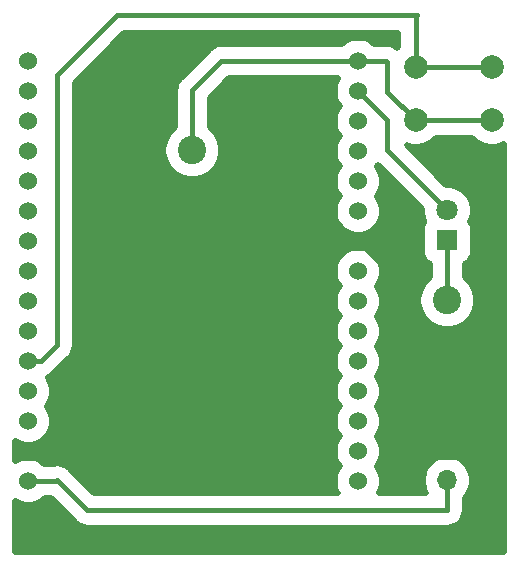
<source format=gbr>
G04 #@! TF.GenerationSoftware,KiCad,Pcbnew,5.1.5-52549c5~86~ubuntu18.04.1*
G04 #@! TF.CreationDate,2020-04-21T17:43:41+02:00*
G04 #@! TF.ProjectId,NODEMCU_PLACA_EMISOR_V01B,4e4f4445-4d43-4555-9f50-4c4143415f45,V1.0*
G04 #@! TF.SameCoordinates,Original*
G04 #@! TF.FileFunction,Copper,L2,Bot*
G04 #@! TF.FilePolarity,Positive*
%FSLAX46Y46*%
G04 Gerber Fmt 4.6, Leading zero omitted, Abs format (unit mm)*
G04 Created by KiCad (PCBNEW 5.1.5-52549c5~86~ubuntu18.04.1) date 2020-04-21 17:43:41*
%MOMM*%
%LPD*%
G04 APERTURE LIST*
%ADD10C,1.524000*%
%ADD11R,1.800000X1.800000*%
%ADD12C,1.800000*%
%ADD13R,1.700000X1.700000*%
%ADD14O,1.700000X1.700000*%
%ADD15C,2.400000*%
%ADD16O,2.400000X2.400000*%
%ADD17C,2.000000*%
%ADD18C,0.400000*%
%ADD19C,0.500000*%
G04 APERTURE END LIST*
D10*
X108025001Y-64845001D03*
X108025001Y-67385001D03*
X108025001Y-69925001D03*
X108025001Y-72465001D03*
X108025001Y-75005001D03*
X108025001Y-77545001D03*
X108025001Y-80085001D03*
X108025001Y-82625001D03*
X108025001Y-85165001D03*
X108025001Y-87705001D03*
X108025001Y-90245001D03*
X108025001Y-92785001D03*
X108025001Y-95325001D03*
X108025001Y-97865001D03*
X108025001Y-100405001D03*
X135965001Y-100405001D03*
X135965001Y-97865001D03*
X135965001Y-95325001D03*
X135965001Y-92785001D03*
X135965001Y-90245001D03*
X135965001Y-87705001D03*
X135965001Y-85165001D03*
X135965001Y-82625001D03*
X135965001Y-80085001D03*
X135965001Y-77545001D03*
X135965001Y-75005001D03*
X135965001Y-72465001D03*
X135965001Y-69925001D03*
X135965001Y-67385001D03*
X135965001Y-64845001D03*
D11*
X143510000Y-80010000D03*
D12*
X143510000Y-77470000D03*
D13*
X143510000Y-97790000D03*
D14*
X143510000Y-100330000D03*
D15*
X143510000Y-85090000D03*
D16*
X143510000Y-92710000D03*
X121920000Y-80010000D03*
D15*
X121920000Y-72390000D03*
D17*
X147320000Y-65350000D03*
X147320000Y-69850000D03*
X140820000Y-65350000D03*
X140820000Y-69850000D03*
D18*
X143510000Y-80010000D02*
X143510000Y-85090000D01*
X135965001Y-67385001D02*
X138430000Y-69850000D01*
X138430000Y-69850000D02*
X138430000Y-72390000D01*
X138430000Y-72390000D02*
X143510000Y-77470000D01*
X135965001Y-64845001D02*
X138354999Y-64845001D01*
X138354999Y-64845001D02*
X138430000Y-64920002D01*
X138430000Y-67460000D02*
X140820000Y-69850000D01*
X138430000Y-64920002D02*
X138430000Y-67460000D01*
X147320000Y-69850000D02*
X140820000Y-69850000D01*
X135965001Y-64845001D02*
X124384999Y-64845001D01*
X121920000Y-67310000D02*
X121920000Y-72390000D01*
X124384999Y-64845001D02*
X121920000Y-67310000D01*
X142234213Y-65350000D02*
X147320000Y-65350000D01*
X140820000Y-65350000D02*
X142234213Y-65350000D01*
X140820000Y-61110000D02*
X140820000Y-65350000D01*
X109144999Y-90245001D02*
X110490000Y-88900000D01*
X115570000Y-60960000D02*
X140970000Y-60960000D01*
X140970000Y-60960000D02*
X140820000Y-61110000D01*
X110490000Y-88900000D02*
X110490000Y-66040000D01*
X108025001Y-90245001D02*
X109144999Y-90245001D01*
X110490000Y-66040000D02*
X115570000Y-60960000D01*
X108025001Y-97865001D02*
X114224999Y-97865001D01*
X121920000Y-90170000D02*
X121920000Y-80010000D01*
X114224999Y-97865001D02*
X121920000Y-90170000D01*
X135890000Y-80010000D02*
X135965001Y-80085001D01*
X121920000Y-80010000D02*
X135890000Y-80010000D01*
X135965001Y-80085001D02*
X139700000Y-83820000D01*
X139700000Y-83820000D02*
X139700000Y-91440000D01*
X140970000Y-92710000D02*
X143510000Y-92710000D01*
X139700000Y-91440000D02*
X140970000Y-92710000D01*
X143510000Y-97790000D02*
X143510000Y-92710000D01*
X143510000Y-100330000D02*
X143510000Y-102870000D01*
X143510000Y-102870000D02*
X113030000Y-102870000D01*
X113030000Y-102870000D02*
X110490000Y-100330000D01*
X110414999Y-100405001D02*
X108025001Y-100405001D01*
X110490000Y-100330000D02*
X110414999Y-100405001D01*
D19*
G36*
X139370001Y-63618018D02*
G01*
X139268834Y-63719185D01*
X139164473Y-63633537D01*
X138912575Y-63498895D01*
X138639249Y-63415982D01*
X138426224Y-63395001D01*
X138426214Y-63395001D01*
X138354999Y-63387987D01*
X138283784Y-63395001D01*
X137360398Y-63395001D01*
X137247576Y-63282179D01*
X136918040Y-63061990D01*
X136551880Y-62910321D01*
X136163166Y-62833001D01*
X135766836Y-62833001D01*
X135378122Y-62910321D01*
X135011962Y-63061990D01*
X134682426Y-63282179D01*
X134569604Y-63395001D01*
X124456213Y-63395001D01*
X124384998Y-63387987D01*
X124313783Y-63395001D01*
X124313774Y-63395001D01*
X124100749Y-63415982D01*
X123827423Y-63498895D01*
X123708565Y-63562426D01*
X123575525Y-63633537D01*
X123410057Y-63769333D01*
X123410054Y-63769336D01*
X123354734Y-63814736D01*
X123309333Y-63870057D01*
X120945057Y-66234334D01*
X120889735Y-66279736D01*
X120844335Y-66335056D01*
X120844332Y-66335059D01*
X120764806Y-66431962D01*
X120708536Y-66500527D01*
X120573894Y-66752425D01*
X120490981Y-67025751D01*
X120470000Y-67238776D01*
X120470000Y-67238785D01*
X120462986Y-67310000D01*
X120470000Y-67381215D01*
X120470001Y-70412268D01*
X120358216Y-70486960D01*
X120016960Y-70828216D01*
X119748838Y-71229490D01*
X119564152Y-71675361D01*
X119470000Y-72148696D01*
X119470000Y-72631304D01*
X119564152Y-73104639D01*
X119748838Y-73550510D01*
X120016960Y-73951784D01*
X120358216Y-74293040D01*
X120759490Y-74561162D01*
X121205361Y-74745848D01*
X121678696Y-74840000D01*
X122161304Y-74840000D01*
X122634639Y-74745848D01*
X123080510Y-74561162D01*
X123481784Y-74293040D01*
X123823040Y-73951784D01*
X124091162Y-73550510D01*
X124275848Y-73104639D01*
X124370000Y-72631304D01*
X124370000Y-72148696D01*
X124275848Y-71675361D01*
X124091162Y-71229490D01*
X123823040Y-70828216D01*
X123481784Y-70486960D01*
X123370000Y-70412269D01*
X123370000Y-67910609D01*
X124985609Y-66295001D01*
X134273504Y-66295001D01*
X134181990Y-66431962D01*
X134030321Y-66798122D01*
X133953001Y-67186836D01*
X133953001Y-67583166D01*
X134030321Y-67971880D01*
X134181990Y-68338040D01*
X134393777Y-68655001D01*
X134181990Y-68971962D01*
X134030321Y-69338122D01*
X133953001Y-69726836D01*
X133953001Y-70123166D01*
X134030321Y-70511880D01*
X134181990Y-70878040D01*
X134393777Y-71195001D01*
X134181990Y-71511962D01*
X134030321Y-71878122D01*
X133953001Y-72266836D01*
X133953001Y-72663166D01*
X134030321Y-73051880D01*
X134181990Y-73418040D01*
X134393777Y-73735001D01*
X134181990Y-74051962D01*
X134030321Y-74418122D01*
X133953001Y-74806836D01*
X133953001Y-75203166D01*
X134030321Y-75591880D01*
X134181990Y-75958040D01*
X134393777Y-76275001D01*
X134181990Y-76591962D01*
X134030321Y-76958122D01*
X133953001Y-77346836D01*
X133953001Y-77743166D01*
X134030321Y-78131880D01*
X134181990Y-78498040D01*
X134402179Y-78827576D01*
X134682426Y-79107823D01*
X135011962Y-79328012D01*
X135378122Y-79479681D01*
X135766836Y-79557001D01*
X136163166Y-79557001D01*
X136551880Y-79479681D01*
X136918040Y-79328012D01*
X137247576Y-79107823D01*
X137527823Y-78827576D01*
X137748012Y-78498040D01*
X137899681Y-78131880D01*
X137977001Y-77743166D01*
X137977001Y-77346836D01*
X137899681Y-76958122D01*
X137748012Y-76591962D01*
X137536225Y-76275001D01*
X137748012Y-75958040D01*
X137899681Y-75591880D01*
X137977001Y-75203166D01*
X137977001Y-74806836D01*
X137899681Y-74418122D01*
X137748012Y-74051962D01*
X137536225Y-73735001D01*
X137611594Y-73622203D01*
X141360000Y-77370610D01*
X141360000Y-77681757D01*
X141442623Y-78097132D01*
X141570609Y-78406115D01*
X141565634Y-78412177D01*
X141449563Y-78629331D01*
X141378087Y-78864957D01*
X141353952Y-79110000D01*
X141353952Y-80910000D01*
X141378087Y-81155043D01*
X141449563Y-81390669D01*
X141565634Y-81607823D01*
X141721840Y-81798160D01*
X141912177Y-81954366D01*
X142060000Y-82033379D01*
X142060001Y-83112268D01*
X141948216Y-83186960D01*
X141606960Y-83528216D01*
X141338838Y-83929490D01*
X141154152Y-84375361D01*
X141060000Y-84848696D01*
X141060000Y-85331304D01*
X141154152Y-85804639D01*
X141338838Y-86250510D01*
X141606960Y-86651784D01*
X141948216Y-86993040D01*
X142349490Y-87261162D01*
X142795361Y-87445848D01*
X143268696Y-87540000D01*
X143751304Y-87540000D01*
X144224639Y-87445848D01*
X144670510Y-87261162D01*
X145071784Y-86993040D01*
X145413040Y-86651784D01*
X145681162Y-86250510D01*
X145865848Y-85804639D01*
X145960000Y-85331304D01*
X145960000Y-84848696D01*
X145865848Y-84375361D01*
X145681162Y-83929490D01*
X145413040Y-83528216D01*
X145071784Y-83186960D01*
X144960000Y-83112269D01*
X144960000Y-82033379D01*
X145107823Y-81954366D01*
X145298160Y-81798160D01*
X145454366Y-81607823D01*
X145570437Y-81390669D01*
X145641913Y-81155043D01*
X145666048Y-80910000D01*
X145666048Y-79110000D01*
X145641913Y-78864957D01*
X145570437Y-78629331D01*
X145454366Y-78412177D01*
X145449391Y-78406115D01*
X145577377Y-78097132D01*
X145660000Y-77681757D01*
X145660000Y-77258243D01*
X145577377Y-76842868D01*
X145415305Y-76451593D01*
X145180014Y-76099455D01*
X144880545Y-75799986D01*
X144528407Y-75564695D01*
X144137132Y-75402623D01*
X143721757Y-75320000D01*
X143410610Y-75320000D01*
X140062031Y-71971422D01*
X140163699Y-72013534D01*
X140598394Y-72100000D01*
X141041606Y-72100000D01*
X141476301Y-72013534D01*
X141885775Y-71843924D01*
X142254292Y-71597689D01*
X142551981Y-71300000D01*
X145588019Y-71300000D01*
X145885708Y-71597689D01*
X146254225Y-71843924D01*
X146663699Y-72013534D01*
X147098394Y-72100000D01*
X147541606Y-72100000D01*
X147976301Y-72013534D01*
X148340000Y-71862885D01*
X148340000Y-106430000D01*
X106930000Y-106430000D01*
X106930000Y-102093156D01*
X107071962Y-102188012D01*
X107438122Y-102339681D01*
X107826836Y-102417001D01*
X108223166Y-102417001D01*
X108611880Y-102339681D01*
X108978040Y-102188012D01*
X109307576Y-101967823D01*
X109420398Y-101855001D01*
X109964392Y-101855001D01*
X111954334Y-103844944D01*
X111999735Y-103900265D01*
X112055055Y-103945665D01*
X112055058Y-103945668D01*
X112174092Y-104043356D01*
X112220526Y-104081464D01*
X112472424Y-104216106D01*
X112745750Y-104299019D01*
X112958775Y-104320000D01*
X112958784Y-104320000D01*
X113029999Y-104327014D01*
X113101214Y-104320000D01*
X143438775Y-104320000D01*
X143510000Y-104327015D01*
X143794250Y-104299019D01*
X144067576Y-104216106D01*
X144319474Y-104081464D01*
X144540265Y-103900265D01*
X144721464Y-103679474D01*
X144856106Y-103427576D01*
X144939019Y-103154250D01*
X144960000Y-102941225D01*
X144967015Y-102870000D01*
X144960000Y-102798775D01*
X144960000Y-101849849D01*
X145141177Y-101668672D01*
X145370996Y-101324723D01*
X145529298Y-100942547D01*
X145610000Y-100536832D01*
X145610000Y-100123168D01*
X145529298Y-99717453D01*
X145370996Y-99335277D01*
X145141177Y-98991328D01*
X144848672Y-98698823D01*
X144504723Y-98469004D01*
X144122547Y-98310702D01*
X143716832Y-98230000D01*
X143303168Y-98230000D01*
X142897453Y-98310702D01*
X142515277Y-98469004D01*
X142171328Y-98698823D01*
X141878823Y-98991328D01*
X141649004Y-99335277D01*
X141490702Y-99717453D01*
X141410000Y-100123168D01*
X141410000Y-100536832D01*
X141490702Y-100942547D01*
X141649004Y-101324723D01*
X141712666Y-101420000D01*
X137706612Y-101420000D01*
X137748012Y-101358040D01*
X137899681Y-100991880D01*
X137977001Y-100603166D01*
X137977001Y-100206836D01*
X137899681Y-99818122D01*
X137748012Y-99451962D01*
X137536225Y-99135001D01*
X137748012Y-98818040D01*
X137899681Y-98451880D01*
X137977001Y-98063166D01*
X137977001Y-97666836D01*
X137899681Y-97278122D01*
X137748012Y-96911962D01*
X137536225Y-96595001D01*
X137748012Y-96278040D01*
X137899681Y-95911880D01*
X137977001Y-95523166D01*
X137977001Y-95126836D01*
X137899681Y-94738122D01*
X137748012Y-94371962D01*
X137536225Y-94055001D01*
X137748012Y-93738040D01*
X137899681Y-93371880D01*
X137977001Y-92983166D01*
X137977001Y-92586836D01*
X137899681Y-92198122D01*
X137748012Y-91831962D01*
X137536225Y-91515001D01*
X137748012Y-91198040D01*
X137899681Y-90831880D01*
X137977001Y-90443166D01*
X137977001Y-90046836D01*
X137899681Y-89658122D01*
X137748012Y-89291962D01*
X137536225Y-88975001D01*
X137748012Y-88658040D01*
X137899681Y-88291880D01*
X137977001Y-87903166D01*
X137977001Y-87506836D01*
X137899681Y-87118122D01*
X137748012Y-86751962D01*
X137536225Y-86435001D01*
X137748012Y-86118040D01*
X137899681Y-85751880D01*
X137977001Y-85363166D01*
X137977001Y-84966836D01*
X137899681Y-84578122D01*
X137748012Y-84211962D01*
X137536225Y-83895001D01*
X137748012Y-83578040D01*
X137899681Y-83211880D01*
X137977001Y-82823166D01*
X137977001Y-82426836D01*
X137899681Y-82038122D01*
X137748012Y-81671962D01*
X137527823Y-81342426D01*
X137247576Y-81062179D01*
X136918040Y-80841990D01*
X136551880Y-80690321D01*
X136163166Y-80613001D01*
X135766836Y-80613001D01*
X135378122Y-80690321D01*
X135011962Y-80841990D01*
X134682426Y-81062179D01*
X134402179Y-81342426D01*
X134181990Y-81671962D01*
X134030321Y-82038122D01*
X133953001Y-82426836D01*
X133953001Y-82823166D01*
X134030321Y-83211880D01*
X134181990Y-83578040D01*
X134393777Y-83895001D01*
X134181990Y-84211962D01*
X134030321Y-84578122D01*
X133953001Y-84966836D01*
X133953001Y-85363166D01*
X134030321Y-85751880D01*
X134181990Y-86118040D01*
X134393777Y-86435001D01*
X134181990Y-86751962D01*
X134030321Y-87118122D01*
X133953001Y-87506836D01*
X133953001Y-87903166D01*
X134030321Y-88291880D01*
X134181990Y-88658040D01*
X134393777Y-88975001D01*
X134181990Y-89291962D01*
X134030321Y-89658122D01*
X133953001Y-90046836D01*
X133953001Y-90443166D01*
X134030321Y-90831880D01*
X134181990Y-91198040D01*
X134393777Y-91515001D01*
X134181990Y-91831962D01*
X134030321Y-92198122D01*
X133953001Y-92586836D01*
X133953001Y-92983166D01*
X134030321Y-93371880D01*
X134181990Y-93738040D01*
X134393777Y-94055001D01*
X134181990Y-94371962D01*
X134030321Y-94738122D01*
X133953001Y-95126836D01*
X133953001Y-95523166D01*
X134030321Y-95911880D01*
X134181990Y-96278040D01*
X134393777Y-96595001D01*
X134181990Y-96911962D01*
X134030321Y-97278122D01*
X133953001Y-97666836D01*
X133953001Y-98063166D01*
X134030321Y-98451880D01*
X134181990Y-98818040D01*
X134393777Y-99135001D01*
X134181990Y-99451962D01*
X134030321Y-99818122D01*
X133953001Y-100206836D01*
X133953001Y-100603166D01*
X134030321Y-100991880D01*
X134181990Y-101358040D01*
X134223390Y-101420000D01*
X113630610Y-101420000D01*
X111565660Y-99355051D01*
X111520264Y-99299736D01*
X111464949Y-99254340D01*
X111464941Y-99254332D01*
X111299473Y-99118536D01*
X111047574Y-98983894D01*
X110774249Y-98900982D01*
X110490000Y-98872986D01*
X110489999Y-98872986D01*
X110205750Y-98900982D01*
X110027673Y-98955001D01*
X109420398Y-98955001D01*
X109307576Y-98842179D01*
X108978040Y-98621990D01*
X108611880Y-98470321D01*
X108223166Y-98393001D01*
X107826836Y-98393001D01*
X107438122Y-98470321D01*
X107071962Y-98621990D01*
X106930000Y-98716846D01*
X106930000Y-97013156D01*
X107071962Y-97108012D01*
X107438122Y-97259681D01*
X107826836Y-97337001D01*
X108223166Y-97337001D01*
X108611880Y-97259681D01*
X108978040Y-97108012D01*
X109307576Y-96887823D01*
X109587823Y-96607576D01*
X109808012Y-96278040D01*
X109959681Y-95911880D01*
X110037001Y-95523166D01*
X110037001Y-95126836D01*
X109959681Y-94738122D01*
X109808012Y-94371962D01*
X109596225Y-94055001D01*
X109808012Y-93738040D01*
X109959681Y-93371880D01*
X110037001Y-92983166D01*
X110037001Y-92586836D01*
X109959681Y-92198122D01*
X109808012Y-91831962D01*
X109656431Y-91605105D01*
X109702575Y-91591107D01*
X109954473Y-91456465D01*
X110175264Y-91275266D01*
X110220669Y-91219940D01*
X111464944Y-89975665D01*
X111520264Y-89930265D01*
X111701464Y-89709474D01*
X111836106Y-89457576D01*
X111919019Y-89184250D01*
X111940000Y-88971225D01*
X111940000Y-88971217D01*
X111947014Y-88900000D01*
X111940000Y-88828783D01*
X111940000Y-66640609D01*
X116170610Y-62410000D01*
X139370000Y-62410000D01*
X139370001Y-63618018D01*
G37*
X139370001Y-63618018D02*
X139268834Y-63719185D01*
X139164473Y-63633537D01*
X138912575Y-63498895D01*
X138639249Y-63415982D01*
X138426224Y-63395001D01*
X138426214Y-63395001D01*
X138354999Y-63387987D01*
X138283784Y-63395001D01*
X137360398Y-63395001D01*
X137247576Y-63282179D01*
X136918040Y-63061990D01*
X136551880Y-62910321D01*
X136163166Y-62833001D01*
X135766836Y-62833001D01*
X135378122Y-62910321D01*
X135011962Y-63061990D01*
X134682426Y-63282179D01*
X134569604Y-63395001D01*
X124456213Y-63395001D01*
X124384998Y-63387987D01*
X124313783Y-63395001D01*
X124313774Y-63395001D01*
X124100749Y-63415982D01*
X123827423Y-63498895D01*
X123708565Y-63562426D01*
X123575525Y-63633537D01*
X123410057Y-63769333D01*
X123410054Y-63769336D01*
X123354734Y-63814736D01*
X123309333Y-63870057D01*
X120945057Y-66234334D01*
X120889735Y-66279736D01*
X120844335Y-66335056D01*
X120844332Y-66335059D01*
X120764806Y-66431962D01*
X120708536Y-66500527D01*
X120573894Y-66752425D01*
X120490981Y-67025751D01*
X120470000Y-67238776D01*
X120470000Y-67238785D01*
X120462986Y-67310000D01*
X120470000Y-67381215D01*
X120470001Y-70412268D01*
X120358216Y-70486960D01*
X120016960Y-70828216D01*
X119748838Y-71229490D01*
X119564152Y-71675361D01*
X119470000Y-72148696D01*
X119470000Y-72631304D01*
X119564152Y-73104639D01*
X119748838Y-73550510D01*
X120016960Y-73951784D01*
X120358216Y-74293040D01*
X120759490Y-74561162D01*
X121205361Y-74745848D01*
X121678696Y-74840000D01*
X122161304Y-74840000D01*
X122634639Y-74745848D01*
X123080510Y-74561162D01*
X123481784Y-74293040D01*
X123823040Y-73951784D01*
X124091162Y-73550510D01*
X124275848Y-73104639D01*
X124370000Y-72631304D01*
X124370000Y-72148696D01*
X124275848Y-71675361D01*
X124091162Y-71229490D01*
X123823040Y-70828216D01*
X123481784Y-70486960D01*
X123370000Y-70412269D01*
X123370000Y-67910609D01*
X124985609Y-66295001D01*
X134273504Y-66295001D01*
X134181990Y-66431962D01*
X134030321Y-66798122D01*
X133953001Y-67186836D01*
X133953001Y-67583166D01*
X134030321Y-67971880D01*
X134181990Y-68338040D01*
X134393777Y-68655001D01*
X134181990Y-68971962D01*
X134030321Y-69338122D01*
X133953001Y-69726836D01*
X133953001Y-70123166D01*
X134030321Y-70511880D01*
X134181990Y-70878040D01*
X134393777Y-71195001D01*
X134181990Y-71511962D01*
X134030321Y-71878122D01*
X133953001Y-72266836D01*
X133953001Y-72663166D01*
X134030321Y-73051880D01*
X134181990Y-73418040D01*
X134393777Y-73735001D01*
X134181990Y-74051962D01*
X134030321Y-74418122D01*
X133953001Y-74806836D01*
X133953001Y-75203166D01*
X134030321Y-75591880D01*
X134181990Y-75958040D01*
X134393777Y-76275001D01*
X134181990Y-76591962D01*
X134030321Y-76958122D01*
X133953001Y-77346836D01*
X133953001Y-77743166D01*
X134030321Y-78131880D01*
X134181990Y-78498040D01*
X134402179Y-78827576D01*
X134682426Y-79107823D01*
X135011962Y-79328012D01*
X135378122Y-79479681D01*
X135766836Y-79557001D01*
X136163166Y-79557001D01*
X136551880Y-79479681D01*
X136918040Y-79328012D01*
X137247576Y-79107823D01*
X137527823Y-78827576D01*
X137748012Y-78498040D01*
X137899681Y-78131880D01*
X137977001Y-77743166D01*
X137977001Y-77346836D01*
X137899681Y-76958122D01*
X137748012Y-76591962D01*
X137536225Y-76275001D01*
X137748012Y-75958040D01*
X137899681Y-75591880D01*
X137977001Y-75203166D01*
X137977001Y-74806836D01*
X137899681Y-74418122D01*
X137748012Y-74051962D01*
X137536225Y-73735001D01*
X137611594Y-73622203D01*
X141360000Y-77370610D01*
X141360000Y-77681757D01*
X141442623Y-78097132D01*
X141570609Y-78406115D01*
X141565634Y-78412177D01*
X141449563Y-78629331D01*
X141378087Y-78864957D01*
X141353952Y-79110000D01*
X141353952Y-80910000D01*
X141378087Y-81155043D01*
X141449563Y-81390669D01*
X141565634Y-81607823D01*
X141721840Y-81798160D01*
X141912177Y-81954366D01*
X142060000Y-82033379D01*
X142060001Y-83112268D01*
X141948216Y-83186960D01*
X141606960Y-83528216D01*
X141338838Y-83929490D01*
X141154152Y-84375361D01*
X141060000Y-84848696D01*
X141060000Y-85331304D01*
X141154152Y-85804639D01*
X141338838Y-86250510D01*
X141606960Y-86651784D01*
X141948216Y-86993040D01*
X142349490Y-87261162D01*
X142795361Y-87445848D01*
X143268696Y-87540000D01*
X143751304Y-87540000D01*
X144224639Y-87445848D01*
X144670510Y-87261162D01*
X145071784Y-86993040D01*
X145413040Y-86651784D01*
X145681162Y-86250510D01*
X145865848Y-85804639D01*
X145960000Y-85331304D01*
X145960000Y-84848696D01*
X145865848Y-84375361D01*
X145681162Y-83929490D01*
X145413040Y-83528216D01*
X145071784Y-83186960D01*
X144960000Y-83112269D01*
X144960000Y-82033379D01*
X145107823Y-81954366D01*
X145298160Y-81798160D01*
X145454366Y-81607823D01*
X145570437Y-81390669D01*
X145641913Y-81155043D01*
X145666048Y-80910000D01*
X145666048Y-79110000D01*
X145641913Y-78864957D01*
X145570437Y-78629331D01*
X145454366Y-78412177D01*
X145449391Y-78406115D01*
X145577377Y-78097132D01*
X145660000Y-77681757D01*
X145660000Y-77258243D01*
X145577377Y-76842868D01*
X145415305Y-76451593D01*
X145180014Y-76099455D01*
X144880545Y-75799986D01*
X144528407Y-75564695D01*
X144137132Y-75402623D01*
X143721757Y-75320000D01*
X143410610Y-75320000D01*
X140062031Y-71971422D01*
X140163699Y-72013534D01*
X140598394Y-72100000D01*
X141041606Y-72100000D01*
X141476301Y-72013534D01*
X141885775Y-71843924D01*
X142254292Y-71597689D01*
X142551981Y-71300000D01*
X145588019Y-71300000D01*
X145885708Y-71597689D01*
X146254225Y-71843924D01*
X146663699Y-72013534D01*
X147098394Y-72100000D01*
X147541606Y-72100000D01*
X147976301Y-72013534D01*
X148340000Y-71862885D01*
X148340000Y-106430000D01*
X106930000Y-106430000D01*
X106930000Y-102093156D01*
X107071962Y-102188012D01*
X107438122Y-102339681D01*
X107826836Y-102417001D01*
X108223166Y-102417001D01*
X108611880Y-102339681D01*
X108978040Y-102188012D01*
X109307576Y-101967823D01*
X109420398Y-101855001D01*
X109964392Y-101855001D01*
X111954334Y-103844944D01*
X111999735Y-103900265D01*
X112055055Y-103945665D01*
X112055058Y-103945668D01*
X112174092Y-104043356D01*
X112220526Y-104081464D01*
X112472424Y-104216106D01*
X112745750Y-104299019D01*
X112958775Y-104320000D01*
X112958784Y-104320000D01*
X113029999Y-104327014D01*
X113101214Y-104320000D01*
X143438775Y-104320000D01*
X143510000Y-104327015D01*
X143794250Y-104299019D01*
X144067576Y-104216106D01*
X144319474Y-104081464D01*
X144540265Y-103900265D01*
X144721464Y-103679474D01*
X144856106Y-103427576D01*
X144939019Y-103154250D01*
X144960000Y-102941225D01*
X144967015Y-102870000D01*
X144960000Y-102798775D01*
X144960000Y-101849849D01*
X145141177Y-101668672D01*
X145370996Y-101324723D01*
X145529298Y-100942547D01*
X145610000Y-100536832D01*
X145610000Y-100123168D01*
X145529298Y-99717453D01*
X145370996Y-99335277D01*
X145141177Y-98991328D01*
X144848672Y-98698823D01*
X144504723Y-98469004D01*
X144122547Y-98310702D01*
X143716832Y-98230000D01*
X143303168Y-98230000D01*
X142897453Y-98310702D01*
X142515277Y-98469004D01*
X142171328Y-98698823D01*
X141878823Y-98991328D01*
X141649004Y-99335277D01*
X141490702Y-99717453D01*
X141410000Y-100123168D01*
X141410000Y-100536832D01*
X141490702Y-100942547D01*
X141649004Y-101324723D01*
X141712666Y-101420000D01*
X137706612Y-101420000D01*
X137748012Y-101358040D01*
X137899681Y-100991880D01*
X137977001Y-100603166D01*
X137977001Y-100206836D01*
X137899681Y-99818122D01*
X137748012Y-99451962D01*
X137536225Y-99135001D01*
X137748012Y-98818040D01*
X137899681Y-98451880D01*
X137977001Y-98063166D01*
X137977001Y-97666836D01*
X137899681Y-97278122D01*
X137748012Y-96911962D01*
X137536225Y-96595001D01*
X137748012Y-96278040D01*
X137899681Y-95911880D01*
X137977001Y-95523166D01*
X137977001Y-95126836D01*
X137899681Y-94738122D01*
X137748012Y-94371962D01*
X137536225Y-94055001D01*
X137748012Y-93738040D01*
X137899681Y-93371880D01*
X137977001Y-92983166D01*
X137977001Y-92586836D01*
X137899681Y-92198122D01*
X137748012Y-91831962D01*
X137536225Y-91515001D01*
X137748012Y-91198040D01*
X137899681Y-90831880D01*
X137977001Y-90443166D01*
X137977001Y-90046836D01*
X137899681Y-89658122D01*
X137748012Y-89291962D01*
X137536225Y-88975001D01*
X137748012Y-88658040D01*
X137899681Y-88291880D01*
X137977001Y-87903166D01*
X137977001Y-87506836D01*
X137899681Y-87118122D01*
X137748012Y-86751962D01*
X137536225Y-86435001D01*
X137748012Y-86118040D01*
X137899681Y-85751880D01*
X137977001Y-85363166D01*
X137977001Y-84966836D01*
X137899681Y-84578122D01*
X137748012Y-84211962D01*
X137536225Y-83895001D01*
X137748012Y-83578040D01*
X137899681Y-83211880D01*
X137977001Y-82823166D01*
X137977001Y-82426836D01*
X137899681Y-82038122D01*
X137748012Y-81671962D01*
X137527823Y-81342426D01*
X137247576Y-81062179D01*
X136918040Y-80841990D01*
X136551880Y-80690321D01*
X136163166Y-80613001D01*
X135766836Y-80613001D01*
X135378122Y-80690321D01*
X135011962Y-80841990D01*
X134682426Y-81062179D01*
X134402179Y-81342426D01*
X134181990Y-81671962D01*
X134030321Y-82038122D01*
X133953001Y-82426836D01*
X133953001Y-82823166D01*
X134030321Y-83211880D01*
X134181990Y-83578040D01*
X134393777Y-83895001D01*
X134181990Y-84211962D01*
X134030321Y-84578122D01*
X133953001Y-84966836D01*
X133953001Y-85363166D01*
X134030321Y-85751880D01*
X134181990Y-86118040D01*
X134393777Y-86435001D01*
X134181990Y-86751962D01*
X134030321Y-87118122D01*
X133953001Y-87506836D01*
X133953001Y-87903166D01*
X134030321Y-88291880D01*
X134181990Y-88658040D01*
X134393777Y-88975001D01*
X134181990Y-89291962D01*
X134030321Y-89658122D01*
X133953001Y-90046836D01*
X133953001Y-90443166D01*
X134030321Y-90831880D01*
X134181990Y-91198040D01*
X134393777Y-91515001D01*
X134181990Y-91831962D01*
X134030321Y-92198122D01*
X133953001Y-92586836D01*
X133953001Y-92983166D01*
X134030321Y-93371880D01*
X134181990Y-93738040D01*
X134393777Y-94055001D01*
X134181990Y-94371962D01*
X134030321Y-94738122D01*
X133953001Y-95126836D01*
X133953001Y-95523166D01*
X134030321Y-95911880D01*
X134181990Y-96278040D01*
X134393777Y-96595001D01*
X134181990Y-96911962D01*
X134030321Y-97278122D01*
X133953001Y-97666836D01*
X133953001Y-98063166D01*
X134030321Y-98451880D01*
X134181990Y-98818040D01*
X134393777Y-99135001D01*
X134181990Y-99451962D01*
X134030321Y-99818122D01*
X133953001Y-100206836D01*
X133953001Y-100603166D01*
X134030321Y-100991880D01*
X134181990Y-101358040D01*
X134223390Y-101420000D01*
X113630610Y-101420000D01*
X111565660Y-99355051D01*
X111520264Y-99299736D01*
X111464949Y-99254340D01*
X111464941Y-99254332D01*
X111299473Y-99118536D01*
X111047574Y-98983894D01*
X110774249Y-98900982D01*
X110490000Y-98872986D01*
X110489999Y-98872986D01*
X110205750Y-98900982D01*
X110027673Y-98955001D01*
X109420398Y-98955001D01*
X109307576Y-98842179D01*
X108978040Y-98621990D01*
X108611880Y-98470321D01*
X108223166Y-98393001D01*
X107826836Y-98393001D01*
X107438122Y-98470321D01*
X107071962Y-98621990D01*
X106930000Y-98716846D01*
X106930000Y-97013156D01*
X107071962Y-97108012D01*
X107438122Y-97259681D01*
X107826836Y-97337001D01*
X108223166Y-97337001D01*
X108611880Y-97259681D01*
X108978040Y-97108012D01*
X109307576Y-96887823D01*
X109587823Y-96607576D01*
X109808012Y-96278040D01*
X109959681Y-95911880D01*
X110037001Y-95523166D01*
X110037001Y-95126836D01*
X109959681Y-94738122D01*
X109808012Y-94371962D01*
X109596225Y-94055001D01*
X109808012Y-93738040D01*
X109959681Y-93371880D01*
X110037001Y-92983166D01*
X110037001Y-92586836D01*
X109959681Y-92198122D01*
X109808012Y-91831962D01*
X109656431Y-91605105D01*
X109702575Y-91591107D01*
X109954473Y-91456465D01*
X110175264Y-91275266D01*
X110220669Y-91219940D01*
X111464944Y-89975665D01*
X111520264Y-89930265D01*
X111701464Y-89709474D01*
X111836106Y-89457576D01*
X111919019Y-89184250D01*
X111940000Y-88971225D01*
X111940000Y-88971217D01*
X111947014Y-88900000D01*
X111940000Y-88828783D01*
X111940000Y-66640609D01*
X116170610Y-62410000D01*
X139370000Y-62410000D01*
X139370001Y-63618018D01*
M02*

</source>
